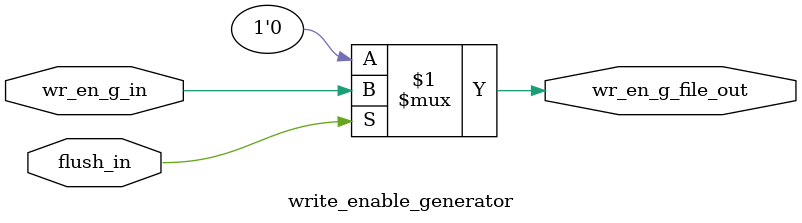
<source format=v>
module write_enable_generator(
                        input wr_en_g_in,
                        input flush_in,
                        output wr_en_g_file_out
    );
    assign wr_en_g_file_out = flush_in ? wr_en_g_in : 1'b0;
endmodule

</source>
